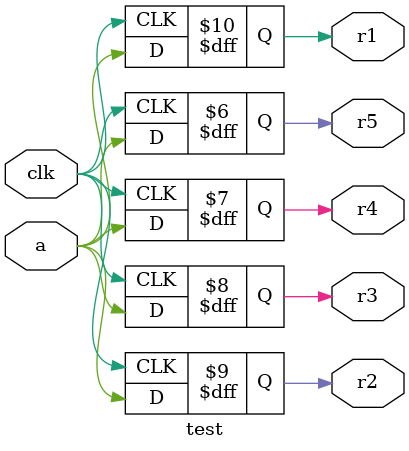
<source format=v>
module test (a,clk, r1, r2, r3, r4, r5);
input a, clk;
output r1, r2, r3, r4, r5;
wire a, clk;
reg r1, r2, r3, r4, r5;
always @(posedge clk)
r1=a;
always @(posedge clk)
r2=a;
always @(posedge clk)
r3=a;
always @(posedge clk)
r4=a;
always @(posedge clk)
r5=a;
endmodule


</source>
